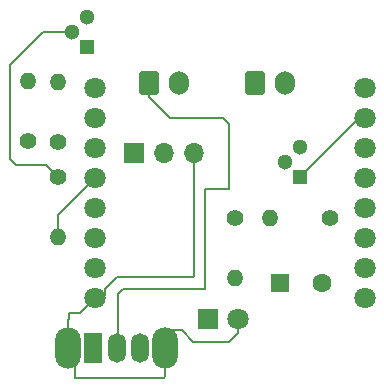
<source format=gbr>
%TF.GenerationSoftware,KiCad,Pcbnew,9.0.0*%
%TF.CreationDate,2025-04-30T15:49:22-03:00*%
%TF.ProjectId,Mini D1 Puck,4d696e69-2044-4312-9050-75636b2e6b69,rev?*%
%TF.SameCoordinates,Original*%
%TF.FileFunction,Copper,L2,Bot*%
%TF.FilePolarity,Positive*%
%FSLAX46Y46*%
G04 Gerber Fmt 4.6, Leading zero omitted, Abs format (unit mm)*
G04 Created by KiCad (PCBNEW 9.0.0) date 2025-04-30 15:49:22*
%MOMM*%
%LPD*%
G01*
G04 APERTURE LIST*
G04 Aperture macros list*
%AMRoundRect*
0 Rectangle with rounded corners*
0 $1 Rounding radius*
0 $2 $3 $4 $5 $6 $7 $8 $9 X,Y pos of 4 corners*
0 Add a 4 corners polygon primitive as box body*
4,1,4,$2,$3,$4,$5,$6,$7,$8,$9,$2,$3,0*
0 Add four circle primitives for the rounded corners*
1,1,$1+$1,$2,$3*
1,1,$1+$1,$4,$5*
1,1,$1+$1,$6,$7*
1,1,$1+$1,$8,$9*
0 Add four rect primitives between the rounded corners*
20,1,$1+$1,$2,$3,$4,$5,0*
20,1,$1+$1,$4,$5,$6,$7,0*
20,1,$1+$1,$6,$7,$8,$9,0*
20,1,$1+$1,$8,$9,$2,$3,0*%
G04 Aperture macros list end*
%TA.AperFunction,ComponentPad*%
%ADD10C,1.800000*%
%TD*%
%TA.AperFunction,ComponentPad*%
%ADD11C,1.400000*%
%TD*%
%TA.AperFunction,ComponentPad*%
%ADD12O,1.400000X1.400000*%
%TD*%
%TA.AperFunction,ComponentPad*%
%ADD13R,1.300000X1.300000*%
%TD*%
%TA.AperFunction,ComponentPad*%
%ADD14C,1.300000*%
%TD*%
%TA.AperFunction,ComponentPad*%
%ADD15O,1.700000X2.000000*%
%TD*%
%TA.AperFunction,ComponentPad*%
%ADD16RoundRect,0.250000X-0.600000X-0.750000X0.600000X-0.750000X0.600000X0.750000X-0.600000X0.750000X0*%
%TD*%
%TA.AperFunction,ComponentPad*%
%ADD17C,1.600000*%
%TD*%
%TA.AperFunction,ComponentPad*%
%ADD18R,1.600000X1.600000*%
%TD*%
%TA.AperFunction,ComponentPad*%
%ADD19O,2.200000X3.500000*%
%TD*%
%TA.AperFunction,ComponentPad*%
%ADD20R,1.500000X2.500000*%
%TD*%
%TA.AperFunction,ComponentPad*%
%ADD21O,1.500000X2.500000*%
%TD*%
%TA.AperFunction,ComponentPad*%
%ADD22R,1.700000X1.700000*%
%TD*%
%TA.AperFunction,ComponentPad*%
%ADD23O,1.700000X1.700000*%
%TD*%
%TA.AperFunction,ComponentPad*%
%ADD24R,1.800000X1.800000*%
%TD*%
%TA.AperFunction,Conductor*%
%ADD25C,0.200000*%
%TD*%
G04 APERTURE END LIST*
D10*
%TO.P,U1,16*%
%TO.N,N/C*%
X200000000Y-77780000D03*
%TO.P,U1,15*%
X200000000Y-75240000D03*
%TO.P,U1,14*%
X200000000Y-72700000D03*
%TO.P,U1,13*%
X200000000Y-70160000D03*
%TO.P,U1,12*%
X200000000Y-67620000D03*
%TO.P,U1,11*%
X200000000Y-65080000D03*
%TO.P,U1,10*%
X200000000Y-62540000D03*
%TO.P,U1,9*%
X200000000Y-60000000D03*
%TO.P,U1,8*%
X177140000Y-60000000D03*
%TO.P,U1,7*%
X177140000Y-62540000D03*
%TO.P,U1,6*%
X177140000Y-65080000D03*
%TO.P,U1,5*%
X177140000Y-67620000D03*
%TO.P,U1,4*%
X177140000Y-70160000D03*
%TO.P,U1,3*%
X177140000Y-72700000D03*
%TO.P,U1,2*%
X177140000Y-75240000D03*
%TO.P,U1,1*%
X177140000Y-77780000D03*
%TD*%
D11*
%TO.P,R5,1*%
%TO.N,N/C*%
X174000000Y-67500000D03*
D12*
%TO.P,R5,2*%
X174000000Y-72580000D03*
%TD*%
D11*
%TO.P,R4,1*%
%TO.N,N/C*%
X171500000Y-64500000D03*
D12*
%TO.P,R4,2*%
X171500000Y-59420000D03*
%TD*%
D11*
%TO.P,R3,1*%
%TO.N,N/C*%
X174000000Y-64540000D03*
D12*
%TO.P,R3,2*%
X174000000Y-59460000D03*
%TD*%
D13*
%TO.P,Q2,1*%
%TO.N,N/C*%
X176500000Y-56500000D03*
D14*
%TO.P,Q2,2*%
X175230000Y-55230000D03*
%TO.P,Q2,3*%
X176500000Y-53960000D03*
%TD*%
D15*
%TO.P,BATT,2*%
%TO.N,N/C*%
X184250000Y-59532500D03*
D16*
%TO.P,BATT,1*%
X181750000Y-59532500D03*
%TD*%
D17*
%TO.P,C1,2*%
%TO.N,N/C*%
X196347349Y-76500000D03*
D18*
%TO.P,C1,1*%
X192847349Y-76500000D03*
%TD*%
D19*
%TO.P,SW1,*%
%TO.N,*%
X174900000Y-82000000D03*
X183100000Y-82000000D03*
D20*
%TO.P,SW1,1*%
%TO.N,N/C*%
X177000000Y-82000000D03*
D21*
%TO.P,SW1,2*%
X179000000Y-82000000D03*
%TO.P,SW1,3*%
X181000000Y-82000000D03*
%TD*%
D22*
%TO.P,J1,1*%
%TO.N,N/C*%
X180500000Y-65500000D03*
D23*
%TO.P,J1,2*%
X183040000Y-65500000D03*
%TO.P,J1,3*%
X185580000Y-65500000D03*
%TD*%
D13*
%TO.P,Q1,1*%
%TO.N,N/C*%
X194500000Y-67500000D03*
D14*
%TO.P,Q1,2*%
X193230000Y-66230000D03*
%TO.P,Q1,3*%
X194500000Y-64960000D03*
%TD*%
D24*
%TO.P,D1,1*%
%TO.N,N/C*%
X186730000Y-79500000D03*
D10*
%TO.P,D1,2*%
X189270000Y-79500000D03*
%TD*%
D11*
%TO.P,R2,1*%
%TO.N,N/C*%
X189000000Y-70960000D03*
D12*
%TO.P,R2,2*%
X189000000Y-76040000D03*
%TD*%
D16*
%TO.P,MOTOR,1*%
%TO.N,N/C*%
X190750000Y-59532500D03*
D15*
%TO.P,MOTOR,2*%
X193250000Y-59532500D03*
%TD*%
D11*
%TO.P,R1,1*%
%TO.N,N/C*%
X197040000Y-71000000D03*
D12*
%TO.P,R1,2*%
X191960000Y-71000000D03*
%TD*%
D25*
%TO.N,*%
X181750000Y-59532500D02*
X181750000Y-60750000D01*
X188500000Y-68500000D02*
X186500000Y-68500000D01*
X188500000Y-63000000D02*
X188500000Y-68500000D01*
X181750000Y-60750000D02*
X183500000Y-62500000D01*
X183500000Y-62500000D02*
X188000000Y-62500000D01*
X179100000Y-77400000D02*
X179100000Y-81900000D01*
X188000000Y-62500000D02*
X188500000Y-63000000D01*
X186500000Y-68500000D02*
X186500000Y-77000000D01*
X186500000Y-77000000D02*
X179500000Y-77000000D01*
X179500000Y-77000000D02*
X179100000Y-77400000D01*
X179100000Y-81900000D02*
X179000000Y-82000000D01*
X183000000Y-84500000D02*
X175500000Y-84500000D01*
X175500000Y-84500000D02*
X175500000Y-82600000D01*
X183100000Y-82000000D02*
X183100000Y-84400000D01*
X175500000Y-82600000D02*
X174900000Y-82000000D01*
X183100000Y-84400000D02*
X183000000Y-84500000D01*
X175920000Y-79000000D02*
X175000000Y-79000000D01*
X174900000Y-79600000D02*
X174900000Y-82000000D01*
X177140000Y-77780000D02*
X175920000Y-79000000D01*
X175000000Y-79000000D02*
X175000000Y-79500000D01*
X175000000Y-79500000D02*
X174900000Y-79600000D01*
X174000000Y-72580000D02*
X174000000Y-70760000D01*
X174000000Y-70760000D02*
X177140000Y-67620000D01*
X170000000Y-66000000D02*
X170500000Y-66500000D01*
X175230000Y-55230000D02*
X172770000Y-55230000D01*
X170000000Y-58000000D02*
X170000000Y-66000000D01*
X173000000Y-66500000D02*
X174000000Y-67500000D01*
X172770000Y-55230000D02*
X170000000Y-58000000D01*
X170500000Y-66500000D02*
X173000000Y-66500000D01*
X199500000Y-62540000D02*
X194540000Y-67500000D01*
X194540000Y-67500000D02*
X194500000Y-67500000D01*
X178000000Y-77000000D02*
X178000000Y-77500000D01*
X185500000Y-76000000D02*
X179000000Y-76000000D01*
X185580000Y-65500000D02*
X185580000Y-75920000D01*
X179000000Y-76000000D02*
X178000000Y-77000000D01*
X185580000Y-75920000D02*
X185500000Y-76000000D01*
X188500000Y-81500000D02*
X185500000Y-81500000D01*
X185500000Y-81500000D02*
X184500000Y-80500000D01*
X189270000Y-79500000D02*
X189270000Y-80730000D01*
X189270000Y-80730000D02*
X188500000Y-81500000D01*
X184500000Y-80500000D02*
X183200000Y-80500000D01*
%TD*%
M02*

</source>
